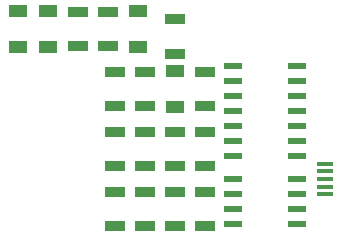
<source format=gbr>
G04 #@! TF.FileFunction,Paste,Top*
%FSLAX46Y46*%
G04 Gerber Fmt 4.6, Leading zero omitted, Abs format (unit mm)*
G04 Created by KiCad (PCBNEW 4.0.7) date Tuesday, October 01, 2019 'AMt' 10:10:33 AM*
%MOMM*%
%LPD*%
G01*
G04 APERTURE LIST*
%ADD10C,0.100000*%
%ADD11R,1.350000X0.400000*%
%ADD12R,1.700000X0.900000*%
%ADD13R,1.550000X0.600000*%
%ADD14R,1.500000X0.600000*%
%ADD15R,1.600000X1.000000*%
G04 APERTURE END LIST*
D10*
D11*
X224790000Y-131445000D03*
X224790000Y-130795000D03*
X224790000Y-130145000D03*
X224790000Y-132095000D03*
X224790000Y-132745000D03*
D12*
X209550000Y-127455000D03*
X209550000Y-130355000D03*
X214630000Y-135435000D03*
X214630000Y-132535000D03*
X206375000Y-117295000D03*
X206375000Y-120195000D03*
X209550000Y-125275000D03*
X209550000Y-122375000D03*
X203835000Y-120195000D03*
X203835000Y-117295000D03*
X212090000Y-120830000D03*
X212090000Y-117930000D03*
X214630000Y-125275000D03*
X214630000Y-122375000D03*
X212090000Y-127455000D03*
X212090000Y-130355000D03*
X207010000Y-127455000D03*
X207010000Y-130355000D03*
X207010000Y-132535000D03*
X207010000Y-135435000D03*
X207010000Y-125275000D03*
X207010000Y-122375000D03*
D13*
X217010000Y-131445000D03*
X217010000Y-132715000D03*
X217010000Y-133985000D03*
X217010000Y-135255000D03*
X222410000Y-135255000D03*
X222410000Y-133985000D03*
X222410000Y-132715000D03*
X222410000Y-131445000D03*
D14*
X217010000Y-121920000D03*
X217010000Y-123190000D03*
X217010000Y-124460000D03*
X217010000Y-125730000D03*
X217010000Y-127000000D03*
X217010000Y-128270000D03*
X217010000Y-129540000D03*
X222410000Y-129540000D03*
X222410000Y-128270000D03*
X222410000Y-127000000D03*
X222410000Y-125730000D03*
X222410000Y-124460000D03*
X222410000Y-123190000D03*
X222410000Y-121920000D03*
D12*
X214630000Y-130355000D03*
X214630000Y-127455000D03*
D15*
X208915000Y-117245000D03*
X208915000Y-120245000D03*
X198755000Y-117245000D03*
X198755000Y-120245000D03*
X212090000Y-125325000D03*
X212090000Y-122325000D03*
X201295000Y-117245000D03*
X201295000Y-120245000D03*
D12*
X212090000Y-132535000D03*
X212090000Y-135435000D03*
X209550000Y-135435000D03*
X209550000Y-132535000D03*
M02*

</source>
